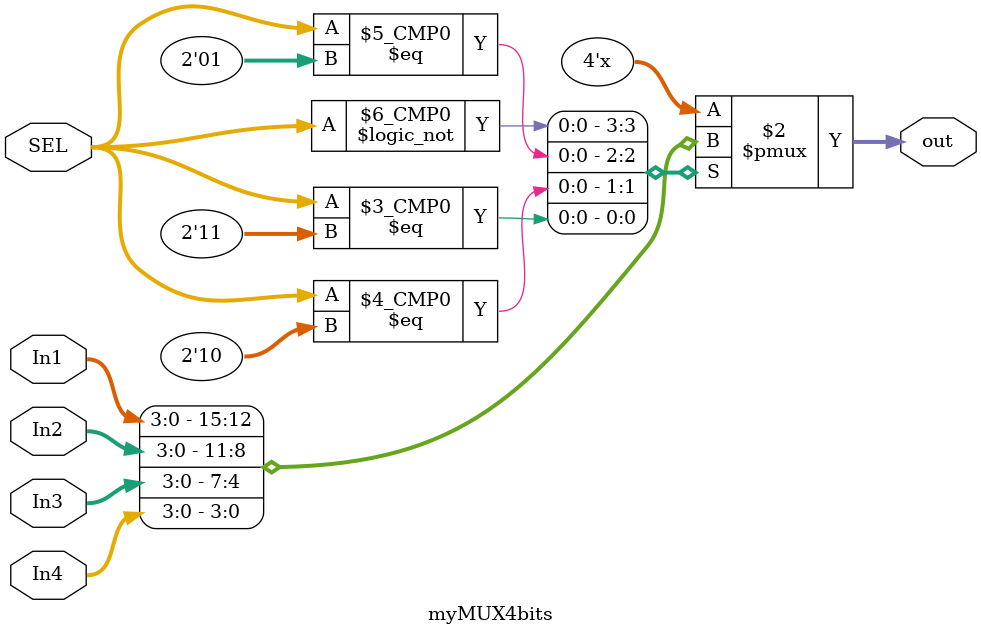
<source format=v>
module myMUX4bits (
                  input [1:0] SEL,
				      input [3:0] In1, In2, In3, In4,
				      output reg[3:0] out 
                  );
				 

always @ (*)
begin
	case (SEL)
		2'b00: out <= In1;
		2'b01: out <= In2;
		2'b10: out <= In3;
		2'b11: out <= In4;	
	endcase
end
				 
endmodule 
</source>
